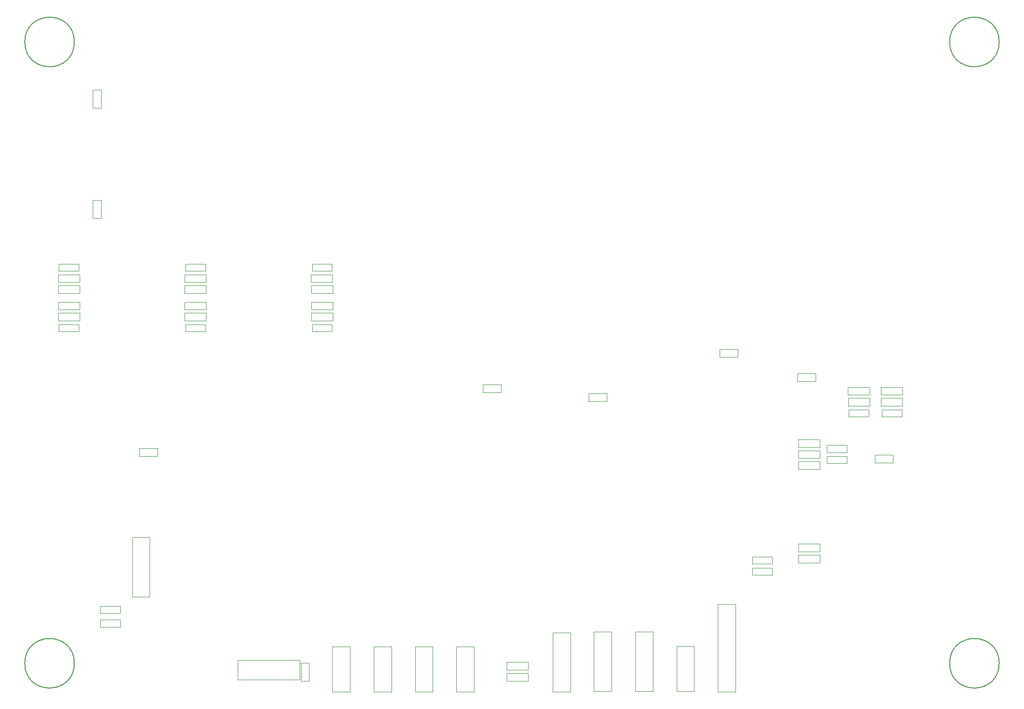
<source format=gbr>
G04 #@! TF.GenerationSoftware,KiCad,Pcbnew,5.1.2-f72e74a~84~ubuntu18.04.1*
G04 #@! TF.CreationDate,2019-07-06T16:20:52-06:00*
G04 #@! TF.ProjectId,colordance_mini,636f6c6f-7264-4616-9e63-655f6d696e69,rev?*
G04 #@! TF.SameCoordinates,Original*
G04 #@! TF.FileFunction,Other,User*
%FSLAX46Y46*%
G04 Gerber Fmt 4.6, Leading zero omitted, Abs format (unit mm)*
G04 Created by KiCad (PCBNEW 5.1.2-f72e74a~84~ubuntu18.04.1) date 2019-07-06 16:20:52*
%MOMM*%
%LPD*%
G04 APERTURE LIST*
%ADD10C,0.050000*%
%ADD11C,0.150000*%
G04 APERTURE END LIST*
D10*
X28700000Y-97650000D02*
X32300000Y-97650000D01*
X28700000Y-97650000D02*
X28700000Y-96350000D01*
X32300000Y-96350000D02*
X32300000Y-97650000D01*
X32300000Y-96350000D02*
X28700000Y-96350000D01*
X51700000Y-97650000D02*
X55300000Y-97650000D01*
X51700000Y-97650000D02*
X51700000Y-96350000D01*
X55300000Y-96350000D02*
X55300000Y-97650000D01*
X55300000Y-96350000D02*
X51700000Y-96350000D01*
X28700000Y-86650000D02*
X32300000Y-86650000D01*
X28700000Y-86650000D02*
X28700000Y-85350000D01*
X32300000Y-85350000D02*
X32300000Y-86650000D01*
X32300000Y-85350000D02*
X28700000Y-85350000D01*
X51700000Y-86650000D02*
X55300000Y-86650000D01*
X51700000Y-86650000D02*
X51700000Y-85350000D01*
X55300000Y-85350000D02*
X55300000Y-86650000D01*
X55300000Y-85350000D02*
X51700000Y-85350000D01*
X74700000Y-97650000D02*
X78300000Y-97650000D01*
X74700000Y-97650000D02*
X74700000Y-96350000D01*
X78300000Y-96350000D02*
X78300000Y-97650000D01*
X78300000Y-96350000D02*
X74700000Y-96350000D01*
X172200000Y-113150000D02*
X175800000Y-113150000D01*
X172200000Y-113150000D02*
X172200000Y-111850000D01*
X175800000Y-111850000D02*
X175800000Y-113150000D01*
X175800000Y-111850000D02*
X172200000Y-111850000D01*
X158284588Y-138627576D02*
X154684588Y-138627576D01*
X158284588Y-138627576D02*
X158284588Y-139927576D01*
X154684588Y-139927576D02*
X154684588Y-138627576D01*
X154684588Y-139927576D02*
X158284588Y-139927576D01*
X158284588Y-140627576D02*
X154684588Y-140627576D01*
X158284588Y-140627576D02*
X158284588Y-141927576D01*
X154684588Y-141927576D02*
X154684588Y-140627576D01*
X154684588Y-141927576D02*
X158284588Y-141927576D01*
X74700000Y-86650000D02*
X78300000Y-86650000D01*
X74700000Y-86650000D02*
X74700000Y-85350000D01*
X78300000Y-85350000D02*
X78300000Y-86650000D01*
X78300000Y-85350000D02*
X74700000Y-85350000D01*
X178200000Y-113150000D02*
X181800000Y-113150000D01*
X178200000Y-113150000D02*
X178200000Y-111850000D01*
X181800000Y-111850000D02*
X181800000Y-113150000D01*
X181800000Y-111850000D02*
X178200000Y-111850000D01*
X171800000Y-120350000D02*
X168200000Y-120350000D01*
X171800000Y-120350000D02*
X171800000Y-121650000D01*
X168200000Y-121650000D02*
X168200000Y-120350000D01*
X168200000Y-121650000D02*
X171800000Y-121650000D01*
X171800000Y-118350000D02*
X168200000Y-118350000D01*
X171800000Y-118350000D02*
X171800000Y-119650000D01*
X168200000Y-119650000D02*
X168200000Y-118350000D01*
X168200000Y-119650000D02*
X171800000Y-119650000D01*
X42000000Y-145900000D02*
X42000000Y-135100000D01*
X42000000Y-135100000D02*
X45200000Y-135100000D01*
X45200000Y-135100000D02*
X45200000Y-145900000D01*
X45200000Y-145900000D02*
X42000000Y-145900000D01*
X140900000Y-163100000D02*
X140900000Y-154900000D01*
X140900000Y-154900000D02*
X144100000Y-154900000D01*
X144100000Y-154900000D02*
X144100000Y-163100000D01*
X144100000Y-163100000D02*
X140900000Y-163100000D01*
X148400000Y-163180000D02*
X148400000Y-147280000D01*
X148400000Y-147280000D02*
X151600000Y-147280000D01*
X151600000Y-147280000D02*
X151600000Y-163180000D01*
X151600000Y-163180000D02*
X148400000Y-163180000D01*
X118400000Y-163220000D02*
X118400000Y-152420000D01*
X118400000Y-152420000D02*
X121600000Y-152420000D01*
X121600000Y-152420000D02*
X121600000Y-163220000D01*
X121600000Y-163220000D02*
X118400000Y-163220000D01*
X125900000Y-163100000D02*
X125900000Y-152300000D01*
X125900000Y-152300000D02*
X129100000Y-152300000D01*
X129100000Y-152300000D02*
X129100000Y-163100000D01*
X129100000Y-163100000D02*
X125900000Y-163100000D01*
X78400000Y-163180000D02*
X78400000Y-154980000D01*
X78400000Y-154980000D02*
X81600000Y-154980000D01*
X81600000Y-154980000D02*
X81600000Y-163180000D01*
X81600000Y-163180000D02*
X78400000Y-163180000D01*
X93400000Y-163180000D02*
X93400000Y-154980000D01*
X93400000Y-154980000D02*
X96600000Y-154980000D01*
X96600000Y-154980000D02*
X96600000Y-163180000D01*
X96600000Y-163180000D02*
X93400000Y-163180000D01*
X85900000Y-163180000D02*
X85900000Y-154980000D01*
X85900000Y-154980000D02*
X89100000Y-154980000D01*
X89100000Y-154980000D02*
X89100000Y-163180000D01*
X89100000Y-163180000D02*
X85900000Y-163180000D01*
X100900000Y-163180000D02*
X100900000Y-154980000D01*
X100900000Y-154980000D02*
X104100000Y-154980000D01*
X104100000Y-154980000D02*
X104100000Y-163180000D01*
X104100000Y-163180000D02*
X100900000Y-163180000D01*
X133400000Y-163100000D02*
X133400000Y-152300000D01*
X133400000Y-152300000D02*
X136600000Y-152300000D01*
X136600000Y-152300000D02*
X136600000Y-163100000D01*
X136600000Y-163100000D02*
X133400000Y-163100000D01*
X166960000Y-121300000D02*
X163050000Y-121300000D01*
X166960000Y-121300000D02*
X166960000Y-122700000D01*
X163050000Y-122700000D02*
X163050000Y-121300000D01*
X163050000Y-122700000D02*
X166960000Y-122700000D01*
X163040000Y-139700000D02*
X166950000Y-139700000D01*
X163040000Y-139700000D02*
X163040000Y-138300000D01*
X166950000Y-138300000D02*
X166950000Y-139700000D01*
X166950000Y-138300000D02*
X163040000Y-138300000D01*
X163040000Y-120700000D02*
X166950000Y-120700000D01*
X163040000Y-120700000D02*
X163040000Y-119300000D01*
X166950000Y-119300000D02*
X166950000Y-120700000D01*
X166950000Y-119300000D02*
X163040000Y-119300000D01*
X32460000Y-94300000D02*
X28550000Y-94300000D01*
X32460000Y-94300000D02*
X32460000Y-95700000D01*
X28550000Y-95700000D02*
X28550000Y-94300000D01*
X28550000Y-95700000D02*
X32460000Y-95700000D01*
X55460000Y-94300000D02*
X51550000Y-94300000D01*
X55460000Y-94300000D02*
X55460000Y-95700000D01*
X51550000Y-95700000D02*
X51550000Y-94300000D01*
X51550000Y-95700000D02*
X55460000Y-95700000D01*
X28540000Y-93700000D02*
X32450000Y-93700000D01*
X28540000Y-93700000D02*
X28540000Y-92300000D01*
X32450000Y-92300000D02*
X32450000Y-93700000D01*
X32450000Y-92300000D02*
X28540000Y-92300000D01*
X51540000Y-93700000D02*
X55450000Y-93700000D01*
X51540000Y-93700000D02*
X51540000Y-92300000D01*
X55450000Y-92300000D02*
X55450000Y-93700000D01*
X55450000Y-92300000D02*
X51540000Y-92300000D01*
X28540000Y-90700000D02*
X32450000Y-90700000D01*
X28540000Y-90700000D02*
X28540000Y-89300000D01*
X32450000Y-89300000D02*
X32450000Y-90700000D01*
X32450000Y-89300000D02*
X28540000Y-89300000D01*
X51540000Y-90700000D02*
X55450000Y-90700000D01*
X51540000Y-90700000D02*
X51540000Y-89300000D01*
X55450000Y-89300000D02*
X55450000Y-90700000D01*
X55450000Y-89300000D02*
X51540000Y-89300000D01*
X28540000Y-88700000D02*
X32450000Y-88700000D01*
X28540000Y-88700000D02*
X28540000Y-87300000D01*
X32450000Y-87300000D02*
X32450000Y-88700000D01*
X32450000Y-87300000D02*
X28540000Y-87300000D01*
X51540000Y-88700000D02*
X55450000Y-88700000D01*
X51540000Y-88700000D02*
X51540000Y-87300000D01*
X55450000Y-87300000D02*
X55450000Y-88700000D01*
X55450000Y-87300000D02*
X51540000Y-87300000D01*
X78460000Y-94300000D02*
X74550000Y-94300000D01*
X78460000Y-94300000D02*
X78460000Y-95700000D01*
X74550000Y-95700000D02*
X74550000Y-94300000D01*
X74550000Y-95700000D02*
X78460000Y-95700000D01*
X175960000Y-109800000D02*
X172050000Y-109800000D01*
X175960000Y-109800000D02*
X175960000Y-111200000D01*
X172050000Y-111200000D02*
X172050000Y-109800000D01*
X172050000Y-111200000D02*
X175960000Y-111200000D01*
X74540000Y-93700000D02*
X78450000Y-93700000D01*
X74540000Y-93700000D02*
X74540000Y-92300000D01*
X78450000Y-92300000D02*
X78450000Y-93700000D01*
X78450000Y-92300000D02*
X74540000Y-92300000D01*
X172040000Y-109200000D02*
X175950000Y-109200000D01*
X172040000Y-109200000D02*
X172040000Y-107800000D01*
X175950000Y-107800000D02*
X175950000Y-109200000D01*
X175950000Y-107800000D02*
X172040000Y-107800000D01*
X74540000Y-90700000D02*
X78450000Y-90700000D01*
X74540000Y-90700000D02*
X74540000Y-89300000D01*
X78450000Y-89300000D02*
X78450000Y-90700000D01*
X78450000Y-89300000D02*
X74540000Y-89300000D01*
X178040000Y-109200000D02*
X181950000Y-109200000D01*
X178040000Y-109200000D02*
X178040000Y-107800000D01*
X181950000Y-107800000D02*
X181950000Y-109200000D01*
X181950000Y-107800000D02*
X178040000Y-107800000D01*
X74440000Y-88700000D02*
X78350000Y-88700000D01*
X74440000Y-88700000D02*
X74440000Y-87300000D01*
X78350000Y-87300000D02*
X78350000Y-88700000D01*
X78350000Y-87300000D02*
X74440000Y-87300000D01*
X178040000Y-111200000D02*
X181950000Y-111200000D01*
X178040000Y-111200000D02*
X178040000Y-109800000D01*
X181950000Y-109800000D02*
X181950000Y-111200000D01*
X181950000Y-109800000D02*
X178040000Y-109800000D01*
X166960000Y-136300000D02*
X163050000Y-136300000D01*
X166960000Y-136300000D02*
X166960000Y-137700000D01*
X163050000Y-137700000D02*
X163050000Y-136300000D01*
X163050000Y-137700000D02*
X166960000Y-137700000D01*
X163040000Y-118700000D02*
X166950000Y-118700000D01*
X163040000Y-118700000D02*
X163040000Y-117300000D01*
X166950000Y-117300000D02*
X166950000Y-118700000D01*
X166950000Y-117300000D02*
X163040000Y-117300000D01*
X110040000Y-159200000D02*
X113950000Y-159200000D01*
X110040000Y-159200000D02*
X110040000Y-157800000D01*
X113950000Y-157800000D02*
X113950000Y-159200000D01*
X113950000Y-157800000D02*
X110040000Y-157800000D01*
X110040000Y-161200000D02*
X113950000Y-161200000D01*
X110040000Y-161200000D02*
X110040000Y-159800000D01*
X113950000Y-159800000D02*
X113950000Y-161200000D01*
X113950000Y-159800000D02*
X110040000Y-159800000D01*
X39833814Y-147590702D02*
X36233814Y-147590702D01*
X39833814Y-147590702D02*
X39833814Y-148890702D01*
X36233814Y-148890702D02*
X36233814Y-147590702D01*
X36233814Y-148890702D02*
X39833814Y-148890702D01*
X39833814Y-150090702D02*
X36233814Y-150090702D01*
X39833814Y-150090702D02*
X39833814Y-151390702D01*
X36233814Y-151390702D02*
X36233814Y-150090702D01*
X36233814Y-151390702D02*
X39833814Y-151390702D01*
D11*
X199500000Y-45000000D02*
G75*
G03X199500000Y-45000000I-4500000J0D01*
G01*
X31500000Y-158000000D02*
G75*
G03X31500000Y-158000000I-4500000J0D01*
G01*
X31500000Y-45000000D02*
G75*
G03X31500000Y-45000000I-4500000J0D01*
G01*
X199500000Y-158000000D02*
G75*
G03X199500000Y-158000000I-4500000J0D01*
G01*
D10*
X109050000Y-108730000D02*
X109050000Y-107270000D01*
X109050000Y-107270000D02*
X105750000Y-107270000D01*
X105750000Y-107270000D02*
X105750000Y-108730000D01*
X105750000Y-108730000D02*
X109050000Y-108730000D01*
X128250000Y-108870000D02*
X124950000Y-108870000D01*
X128250000Y-110330000D02*
X128250000Y-108870000D01*
X124950000Y-110330000D02*
X128250000Y-110330000D01*
X124950000Y-108870000D02*
X124950000Y-110330000D01*
X36330000Y-53750000D02*
X34870000Y-53750000D01*
X34870000Y-53750000D02*
X34870000Y-57050000D01*
X34870000Y-57050000D02*
X36330000Y-57050000D01*
X36330000Y-57050000D02*
X36330000Y-53750000D01*
X36330000Y-77050000D02*
X36330000Y-73750000D01*
X34870000Y-77050000D02*
X36330000Y-77050000D01*
X34870000Y-73750000D02*
X34870000Y-77050000D01*
X36330000Y-73750000D02*
X34870000Y-73750000D01*
X152050000Y-102330000D02*
X152050000Y-100870000D01*
X152050000Y-100870000D02*
X148750000Y-100870000D01*
X148750000Y-100870000D02*
X148750000Y-102330000D01*
X148750000Y-102330000D02*
X152050000Y-102330000D01*
X162875000Y-106730000D02*
X166175000Y-106730000D01*
X162875000Y-105270000D02*
X162875000Y-106730000D01*
X166175000Y-105270000D02*
X162875000Y-105270000D01*
X166175000Y-106730000D02*
X166175000Y-105270000D01*
X72400000Y-161000000D02*
X61200000Y-161000000D01*
X61200000Y-161000000D02*
X61200000Y-157400000D01*
X61200000Y-157400000D02*
X72400000Y-157400000D01*
X72400000Y-157400000D02*
X72400000Y-161000000D01*
X180175000Y-121530000D02*
X180175000Y-120070000D01*
X180175000Y-120070000D02*
X176875000Y-120070000D01*
X176875000Y-120070000D02*
X176875000Y-121530000D01*
X176875000Y-121530000D02*
X180175000Y-121530000D01*
X46650000Y-118870000D02*
X43350000Y-118870000D01*
X46650000Y-120330000D02*
X46650000Y-118870000D01*
X43350000Y-120330000D02*
X46650000Y-120330000D01*
X43350000Y-118870000D02*
X43350000Y-120330000D01*
X74130000Y-157950000D02*
X72670000Y-157950000D01*
X72670000Y-157950000D02*
X72670000Y-161250000D01*
X72670000Y-161250000D02*
X74130000Y-161250000D01*
X74130000Y-161250000D02*
X74130000Y-157950000D01*
M02*

</source>
